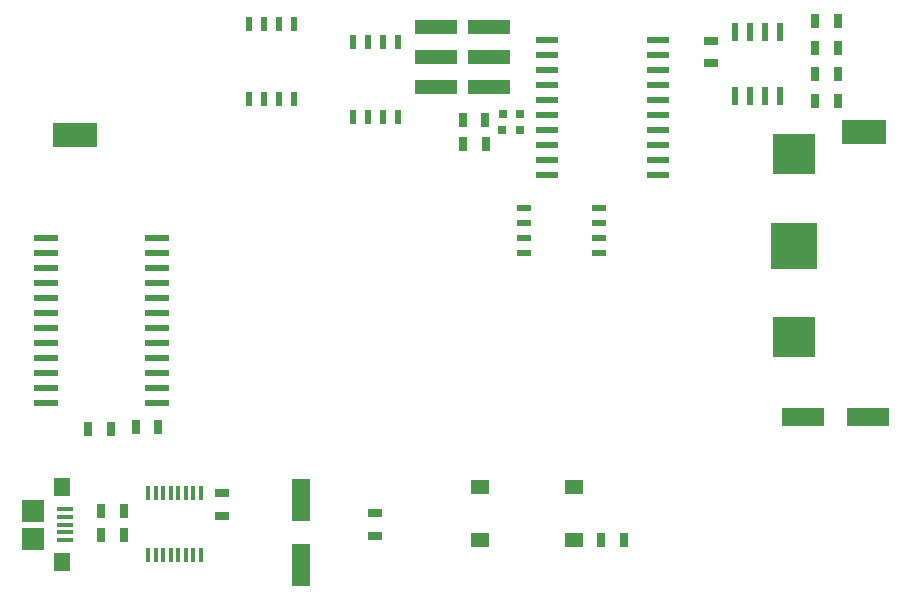
<source format=gbr>
G04 #@! TF.FileFunction,Paste,Top*
%FSLAX46Y46*%
G04 Gerber Fmt 4.6, Leading zero omitted, Abs format (unit mm)*
G04 Created by KiCad (PCBNEW (2016-05-05 BZR 6775)-product) date Tuesday, July 05, 2016 'PMt' 09:19:01 PM*
%MOMM*%
%LPD*%
G01*
G04 APERTURE LIST*
%ADD10C,0.100000*%
%ADD11R,2.000000X0.600000*%
%ADD12R,3.800000X2.000000*%
%ADD13R,1.300000X0.700000*%
%ADD14R,0.700000X1.300000*%
%ADD15R,0.400000X1.200000*%
%ADD16R,1.350000X0.400000*%
%ADD17R,1.400000X1.600000*%
%ADD18R,1.900000X1.900000*%
%ADD19R,0.508000X1.143000*%
%ADD20R,0.797560X0.797560*%
%ADD21R,1.550000X1.300000*%
%ADD22R,1.600200X3.599180*%
%ADD23R,1.950000X0.600000*%
%ADD24R,1.143000X0.508000*%
%ADD25R,3.599180X1.600200*%
%ADD26R,0.600000X1.550000*%
%ADD27R,4.000000X4.000000*%
%ADD28R,3.600000X3.500000*%
%ADD29R,3.680000X1.270000*%
G04 APERTURE END LIST*
D10*
D11*
X113666000Y-135763000D03*
X113666000Y-134493000D03*
X113666000Y-133223000D03*
X113666000Y-131953000D03*
X113666000Y-130683000D03*
X113666000Y-129413000D03*
X113666000Y-128143000D03*
X113666000Y-126873000D03*
X113666000Y-125603000D03*
X113666000Y-124333000D03*
X113666000Y-123063000D03*
X113666000Y-121793000D03*
X104266000Y-121793000D03*
X104266000Y-123063000D03*
X104266000Y-124333000D03*
X104266000Y-125603000D03*
X104266000Y-126873000D03*
X104266000Y-128143000D03*
X104266000Y-129413000D03*
X104266000Y-130683000D03*
X104266000Y-131953000D03*
X104266000Y-133223000D03*
X104266000Y-134493000D03*
X104266000Y-135763000D03*
D12*
X173482000Y-112776000D03*
X106680000Y-113030000D03*
D13*
X160528000Y-105095000D03*
X160528000Y-106995000D03*
D14*
X171257000Y-110172500D03*
X169357000Y-110172500D03*
D15*
X112903000Y-148586500D03*
X113538000Y-148586500D03*
X114173000Y-148586500D03*
X114808000Y-148586500D03*
X115443000Y-148586500D03*
X116078000Y-148586500D03*
X116713000Y-148586500D03*
X117348000Y-148586500D03*
X117348000Y-143386500D03*
X116713000Y-143386500D03*
X116078000Y-143386500D03*
X115443000Y-143386500D03*
X114808000Y-143386500D03*
X114173000Y-143386500D03*
X113538000Y-143386500D03*
X112903000Y-143386500D03*
D13*
X119126000Y-143385500D03*
X119126000Y-145285500D03*
D16*
X105799000Y-147350000D03*
X105799000Y-146700000D03*
X105799000Y-144750000D03*
X105799000Y-145400000D03*
D17*
X105574000Y-142850000D03*
D18*
X103124000Y-144850000D03*
X103124000Y-147250000D03*
D17*
X105574000Y-149250000D03*
D16*
X105799000Y-146050000D03*
D14*
X108905000Y-146939000D03*
X110805000Y-146939000D03*
D19*
X125222000Y-109982000D03*
X123952000Y-109982000D03*
X122682000Y-109982000D03*
X121412000Y-109982000D03*
X121412000Y-103632000D03*
X122682000Y-103632000D03*
X123952000Y-103632000D03*
X125222000Y-103632000D03*
D14*
X108905000Y-144907000D03*
X110805000Y-144907000D03*
X107825500Y-137985500D03*
X109725500Y-137985500D03*
X171257000Y-107886500D03*
X169357000Y-107886500D03*
X171257000Y-105664000D03*
X169357000Y-105664000D03*
X153159500Y-147320000D03*
X151259500Y-147320000D03*
X139512000Y-111760000D03*
X141412000Y-111760000D03*
D20*
X142887700Y-111252000D03*
X144386300Y-111252000D03*
X142824200Y-112649000D03*
X144322800Y-112649000D03*
D14*
X139575500Y-113792000D03*
X141475500Y-113792000D03*
D21*
X140995500Y-147347500D03*
X140995500Y-142847500D03*
X148945500Y-142847500D03*
X148945500Y-147347500D03*
D14*
X169357000Y-103441500D03*
X171257000Y-103441500D03*
D22*
X125793500Y-143997680D03*
X125793500Y-149499320D03*
D23*
X146684000Y-105029000D03*
X146684000Y-106299000D03*
X146684000Y-107569000D03*
X146684000Y-108839000D03*
X146684000Y-110109000D03*
X146684000Y-111379000D03*
X146684000Y-112649000D03*
X146684000Y-113919000D03*
X146684000Y-115189000D03*
X146684000Y-116459000D03*
X156084000Y-116459000D03*
X156084000Y-115189000D03*
X156084000Y-113919000D03*
X156084000Y-112649000D03*
X156084000Y-111379000D03*
X156084000Y-110109000D03*
X156084000Y-108839000D03*
X156084000Y-107569000D03*
X156084000Y-106299000D03*
X156084000Y-105029000D03*
D24*
X151066500Y-119253000D03*
X151066500Y-120523000D03*
X151066500Y-121793000D03*
X151066500Y-123063000D03*
X144716500Y-123063000D03*
X144716500Y-121793000D03*
X144716500Y-120523000D03*
X144716500Y-119253000D03*
D14*
X111826000Y-137795000D03*
X113726000Y-137795000D03*
D13*
X132080000Y-145100000D03*
X132080000Y-147000000D03*
D25*
X168318180Y-136906000D03*
X173819820Y-136906000D03*
D26*
X166370000Y-104361000D03*
X165100000Y-104361000D03*
X163830000Y-104361000D03*
X162560000Y-104361000D03*
X162560000Y-109761000D03*
X163830000Y-109761000D03*
X165100000Y-109761000D03*
X166370000Y-109761000D03*
D27*
X167576500Y-122428000D03*
D28*
X167576500Y-130178000D03*
X167576500Y-114678000D03*
D19*
X134048500Y-111569500D03*
X132778500Y-111569500D03*
X131508500Y-111569500D03*
X130238500Y-111569500D03*
X130238500Y-105219500D03*
X131508500Y-105219500D03*
X132778500Y-105219500D03*
X134048500Y-105219500D03*
D29*
X141727000Y-103886000D03*
X141727000Y-106426000D03*
X141727000Y-108966000D03*
X137287000Y-108966000D03*
X137287000Y-106426000D03*
X137287000Y-103886000D03*
M02*

</source>
